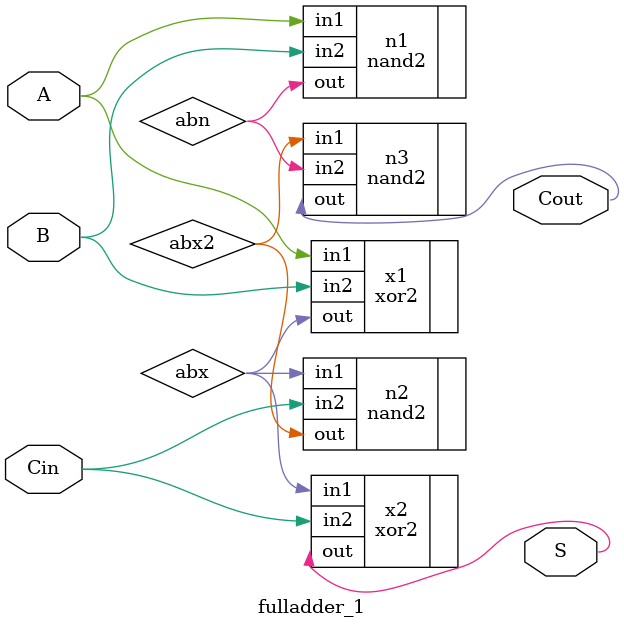
<source format=v>
module fulladder_1 (
	input A, B, Cin,
	output S, Cout);
	wire abx,abn,abx2;
	
	xor2 x1(.in1(A),.in2(B),.out(abx));
	xor2 x2(.in1(abx),.in2(Cin),.out(S));

	nand2 n1(.in1(A),.in2(B), .out(abn));
	nand2 n2(.in1(abx),.in2(Cin),.out(abx2));
	nand2 n3(.in1(abx2),.in2(abn),.out(Cout));
endmodule

</source>
